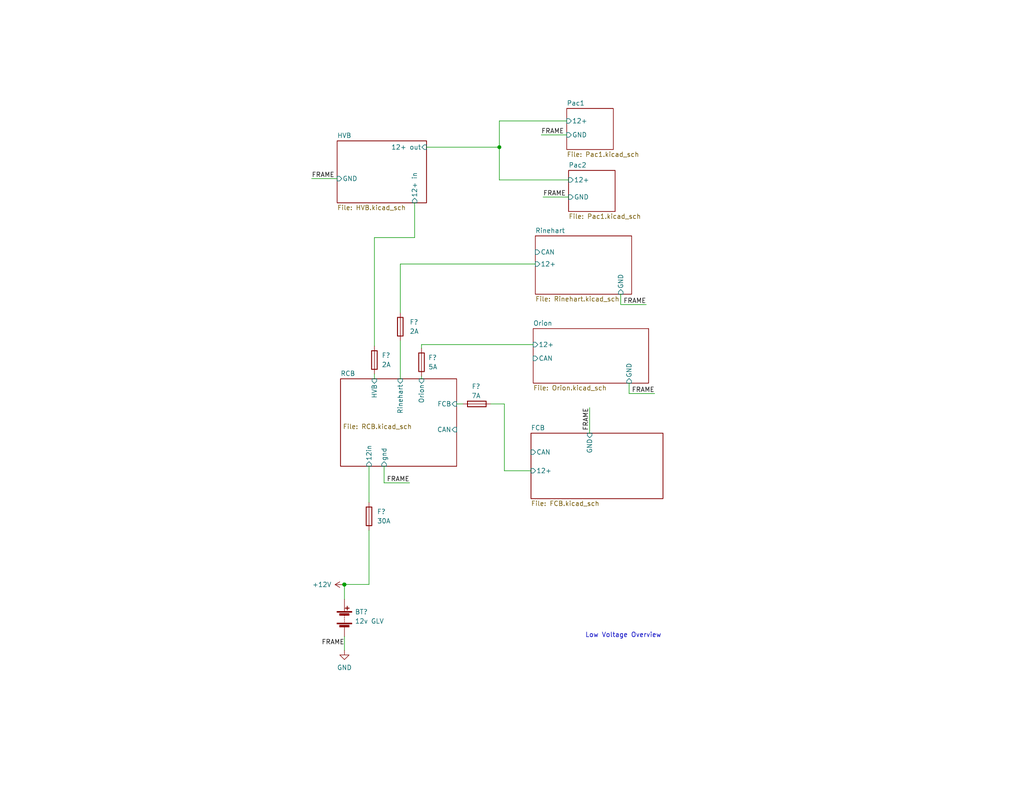
<source format=kicad_sch>
(kicad_sch (version 20211123) (generator eeschema)
  (paper "A")
  (lib_symbols
    (symbol "Device:Battery" (pin_numbers hide) (pin_names (offset 0) hide)
      (property "Reference" "BT" (at 2.54 2.54 0))
      (property "Value" "Battery" (at 2.54 0 0))
      (symbol "Battery_0_1"
        (rectangle (start -2.032 -1.397) (end 2.032 -1.651) (fill (type outline)))
        (rectangle (start -2.032 1.778) (end 2.032 1.524) (fill (type outline)))
        (rectangle (start -1.3208 -1.9812) (end 1.27 -2.4892) (fill (type outline)))
        (rectangle (start -1.3208 1.1938) (end 1.27 0.6858) (fill (type outline)))
        (polyline (pts (xy 0 -1.524) (xy 0 -1.27)))
        (polyline (pts (xy 0 -1.016) (xy 0 -0.762)))
        (polyline (pts (xy 0 -0.508) (xy 0 -0.254)))
        (polyline (pts (xy 0 0) (xy 0 0.254)))
        (polyline (pts (xy 0 0.508) (xy 0 0.762)))
        (polyline (pts (xy 0 1.778) (xy 0 2.54)))
        (polyline (pts (xy 0.254 2.667) (xy 1.27 2.667)) (stroke (width 0.254)))
        (polyline (pts (xy 0.762 3.175) (xy 0.762 2.159)) (stroke (width 0.254)))
      )
      (symbol "Battery_1_1"
        (pin passive line (at 0 5.08 270) (length 2.54) (name "+") (number "1"))
        (pin passive line (at 0 -5.08 90) (length 2.54) (name "-") (number "2"))
      )
    )
    (symbol "Device:Fuse" (pin_numbers hide) (pin_names (offset 0))
      (property "Reference" "F" (at 2.032 0 90))
      (property "Value" "Fuse" (at -1.905 0 90))
      (symbol "Fuse_0_1"
        (rectangle (start -0.762 -2.54) (end 0.762 2.54) (stroke (width 0.254)))
        (polyline (pts (xy 0 2.54) (xy 0 -2.54)))
      )
      (symbol "Fuse_1_1"
        (pin passive line (at 0 3.81 270) (length 1.27) (name "~") (number "1"))
        (pin passive line (at 0 -3.81 90) (length 1.27) (name "~") (number "2"))
      )
    )
    (symbol "power:+12V" (power) (pin_names (offset 0))
      (property "Value" "+12V" (at 0 3.556 0))
      (symbol "+12V_0_1"
        (polyline (pts (xy -0.762 1.27) (xy 0 2.54)))
        (polyline (pts (xy 0 0) (xy 0 2.54)))
        (polyline (pts (xy 0 2.54) (xy 0.762 1.27)))
      )
      (symbol "+12V_1_1"
        (pin power_in line (at 0 0 90) (length 0) hide (name "+12V") (number "1"))
      )
    )
    (symbol "power:GND" (power) (pin_names (offset 0))
      (property "Value" "GND" (at 0 -3.81 0))
      (symbol "GND_0_1"
        (polyline (pts (xy 0 0) (xy 0 -1.27) (xy 1.27 -1.27) (xy 0 -2.54) (xy -1.27 -1.27) (xy 0 -1.27)))
      )
      (symbol "GND_1_1"
        (pin power_in line (at 0 0 270) (length 0) hide (name "GND") (number "1"))
      )
    )
  )
  (junction (at 93.9292 159.5628))
  (junction (at 136.2456 40.1828))
  (junction (at 93.98 159.6136))
  (wire (pts (xy 126.2888 110.2868) (xy 124.6124 110.2868)))
  (wire (pts (xy 115.0112 94.0816) (xy 145.4912 94.0816)))
  (wire (pts (xy 104.8004 127.3048) (xy 104.8004 131.826)))
  (wire (pts (xy 100.6856 159.5628) (xy 93.9292 159.5628)))
  (wire (pts (xy 85.0392 48.768) (xy 91.9988 48.768)))
  (wire (pts (xy 154.6352 33.02) (xy 136.2456 33.02)))
  (wire (pts (xy 109.22 72.0852) (xy 146.05 72.0852)))
  (wire (pts (xy 136.2456 49.1236) (xy 136.2456 40.1828)))
  (wire (pts (xy 160.8836 111.3028) (xy 160.8836 118.2624)))
  (wire (pts (xy 136.2456 33.02) (xy 136.2456 40.1828)))
  (wire (pts (xy 176.3268 83.1596) (xy 169.3672 83.1596)))
  (wire (pts (xy 102.1588 94.488) (xy 102.1588 64.8716)))
  (wire (pts (xy 93.98 159.6136) (xy 93.98 163.6268)))
  (wire (pts (xy 148.1836 53.7972) (xy 155.1432 53.7972)))
  (wire (pts (xy 93.98 177.546) (xy 93.98 173.7868)))
  (wire (pts (xy 178.6128 107.442) (xy 171.6532 107.442)))
  (wire (pts (xy 100.6856 144.78) (xy 100.6856 159.5628)))
  (wire (pts (xy 133.9088 110.2868) (xy 137.6172 110.2868)))
  (wire (pts (xy 102.1588 64.8716) (xy 113.1316 64.8716)))
  (wire (pts (xy 171.6532 104.5972) (xy 171.6532 107.442)))
  (wire (pts (xy 147.6756 36.83) (xy 154.6352 36.83)))
  (wire (pts (xy 113.1316 55.372) (xy 113.1316 64.8716)))
  (wire (pts (xy 109.22 93.0148) (xy 109.22 103.4288)))
  (wire (pts (xy 169.3672 80.3148) (xy 169.3672 83.1596)))
  (wire (pts (xy 155.1432 49.1236) (xy 136.2456 49.1236)))
  (wire (pts (xy 137.6172 110.2868) (xy 137.6172 128.524)))
  (wire (pts (xy 115.0112 102.7176) (xy 115.0112 103.4288)))
  (wire (pts (xy 137.6172 128.524) (xy 144.8816 128.524)))
  (wire (pts (xy 111.76 131.826) (xy 104.8004 131.826)))
  (wire (pts (xy 100.6856 127.3048) (xy 100.6856 137.16)))
  (wire (pts (xy 109.22 85.3948) (xy 109.22 72.0852)))
  (wire (pts (xy 136.2456 40.1828) (xy 116.3828 40.1828)))
  (wire (pts (xy 115.0112 95.0976) (xy 115.0112 94.0816)))
  (wire (pts (xy 102.1588 102.108) (xy 102.1588 103.4288)))
  (text "Low Voltage Overview" (at 159.6644 174.244 0) (effects (font (size 1.27 1.27)) (justify left bottom)))
  (label "FRAME" (at 111.76 131.826 180))
  (label "FRAME" (at 148.1836 53.7972 0))
  (label "FRAME" (at 178.6128 107.442 180))
  (label "FRAME" (at 147.6756 36.83 0))
  (label "FRAME" (at 176.3268 83.1596 180))
  (label "FRAME" (at 85.0392 48.768 0))
  (label "FRAME" (at 93.98 176.3268 180))
  (label "FRAME" (at 160.8836 111.3028 270))
  (symbol (lib_id "power:GND") (at 93.98 177.546 0) (unit 1)
    (property "Reference" "#PWR?" (effects hide))
    (property "Value" "GND" (at 93.98 182.2704 0))
  )
  (symbol (lib_id "Device:Fuse") (at 109.22 89.2048 180) (unit 1)
    (property "Reference" "F?" (at 111.76 87.9347 0) (effects (justify right)))
    (property "Value" "2A" (at 111.76 90.4747 0) (effects (justify right)))
  )
  (symbol (lib_id "power:+12V") (at 93.98 159.6136 90) (unit 1)
    (property "Reference" "#PWR?" (effects hide))
    (property "Value" "+12V" (at 90.4748 159.6135 90) (effects (justify left)))
  )
  (symbol (lib_id "Device:Fuse") (at 100.6856 140.97 0) (unit 1)
    (property "Reference" "F?" (at 102.87 139.6999 0) (effects (justify left)))
    (property "Value" "30A" (at 102.87 142.2399 0) (effects (justify left)))
  )
  (symbol (lib_id "Device:Fuse") (at 130.0988 110.2868 90) (unit 1)
    (property "Reference" "F?" (at 129.8956 105.5116 90))
    (property "Value" "7A" (at 129.8956 108.0516 90))
  )
  (symbol (lib_id "Device:Battery") (at 93.98 168.7068 0) (unit 1)
    (property "Reference" "BT?" (at 96.8248 167.0557 0) (effects (justify left)))
    (property "Value" "12v GLV" (at 96.8248 169.5957 0) (effects (justify left)))
  )
  (symbol (lib_id "Device:Fuse") (at 115.0112 98.9076 180) (unit 1)
    (property "Reference" "F?" (at 116.84 97.6375 0) (effects (justify right)))
    (property "Value" "5A" (at 116.84 100.1775 0) (effects (justify right)))
  )
  (symbol (lib_id "Device:Fuse") (at 102.1588 98.298 180) (unit 1)
    (property "Reference" "F?" (at 104.14 97.0279 0) (effects (justify right)))
    (property "Value" "2A" (at 104.14 99.5679 0) (effects (justify right)))
  )
  (sheet (at 92.9132 103.4288) (size 31.6992 23.876) (stroke (width 0.1524))
    (property "Sheet name" "RCB" (at 92.9132 102.7172 0) (effects (justify left bottom)))
    (property "Sheet file" "RCB.kicad_sch" (at 93.5228 115.7224 0) (effects (justify left top)))
    (pin "12in" input (at 100.6856 127.3048 270))
    (pin "gnd" input (at 104.8004 127.3048 270))
    (pin "FCB" input (at 124.6124 110.2868 0))
    (pin "HVB" input (at 102.1588 103.4288 90))
    (pin "Rinehart" input (at 109.22 103.4288 90))
    (pin "Orion" input (at 115.0112 103.4288 90))
    (pin "CAN" input (at 124.6124 117.2972 0))
  )
  (sheet (at 91.9988 38.4556) (size 24.384 16.9164) (stroke (width 0.1524))
    (property "Sheet name" "HVB" (at 91.9988 37.744 0) (effects (justify left bottom)))
    (property "Sheet file" "HVB.kicad_sch" (at 91.9988 55.9566 0) (effects (justify left top)))
    (pin "GND" input (at 91.9988 48.768 180))
    (pin "12+ in" input (at 113.1316 55.372 270))
    (pin "12+ out" input (at 116.3828 40.1828 0))
  )
  (sheet (at 144.8816 118.2624) (size 36.0172 17.8816) (stroke (width 0.1524))
    (property "Sheet name" "FCB" (at 144.8816 117.5508 0) (effects (justify left bottom)))
    (property "Sheet file" "FCB.kicad_sch" (at 144.8816 136.7286 0) (effects (justify left top)))
    (pin "GND" input (at 160.8836 118.2624 90))
    (pin "CAN" input (at 144.8816 123.444 180))
    (pin "12+" input (at 144.8816 128.524 180))
  )
  (sheet (at 146.05 64.4144) (size 26.3144 15.9004) (stroke (width 0.1524))
    (property "Sheet name" "Rinehart" (at 146.05 63.7028 0) (effects (justify left bottom)))
    (property "Sheet file" "Rinehart.kicad_sch" (at 146.05 80.8994 0) (effects (justify left top)))
    (pin "GND" input (at 169.3672 80.3148 270))
    (pin "CAN" input (at 146.05 68.834 180))
    (pin "12+" input (at 146.05 72.0852 180))
  )
  (sheet (at 155.1432 46.5328) (size 12.7 11.2268) (stroke (width 0.1524))
    (property "Sheet name" "Pac2" (at 155.1432 45.8212 0) (effects (justify left bottom)))
    (property "Sheet file" "Pac1.kicad_sch" (at 155.1432 58.3442 0) (effects (justify left top)))
    (pin "12+" input (at 155.1432 49.1236 180))
    (pin "GND" input (at 155.1432 53.7972 180))
  )
  (sheet (at 154.6352 29.6164) (size 12.7 11.2268) (stroke (width 0.1524))
    (property "Sheet name" "Pac1" (at 154.6352 28.9048 0) (effects (justify left bottom)))
    (property "Sheet file" "Pac1.kicad_sch" (at 154.6352 41.4278 0) (effects (justify left top)))
    (pin "12+" input (at 154.6352 33.02 180))
    (pin "GND" input (at 154.6352 36.83 180))
  )
  (sheet (at 145.4912 89.7128) (size 31.496 14.8844) (stroke (width 0.1524))
    (property "Sheet name" "Orion" (at 145.4912 89.0012 0) (effects (justify left bottom)))
    (property "Sheet file" "Orion.kicad_sch" (at 145.4912 105.1818 0) (effects (justify left top)))
    (pin "12+" input (at 145.4912 94.0816 180))
    (pin "GND" input (at 171.6532 104.5972 270))
    (pin "CAN" input (at 145.4912 97.8408 180))
  )
)
</source>
